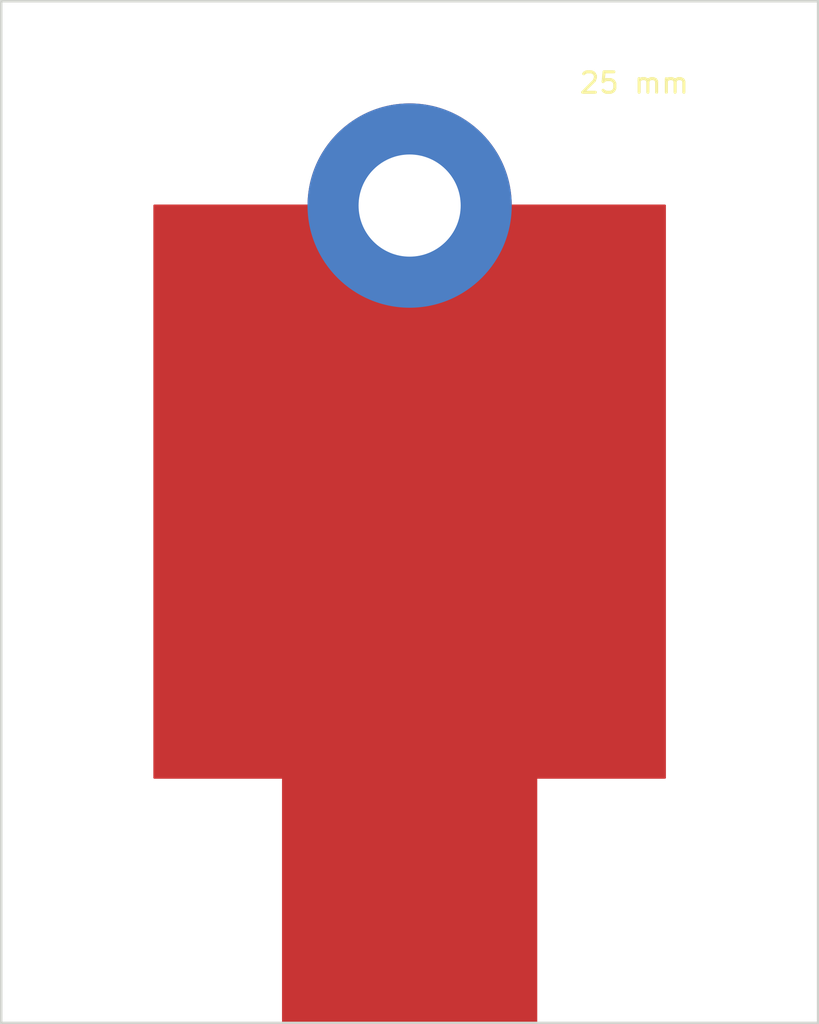
<source format=kicad_pcb>
(kicad_pcb (version 20171130) (host pcbnew "(5.1.5)-3")

  (general
    (thickness 1.6)
    (drawings 5)
    (tracks 0)
    (zones 0)
    (modules 1)
    (nets 1)
  )

  (page A4)
  (title_block
    (title "25 mm Test Board")
    (rev 1.0)
    (company "Würth Elektronik")
    (comment 4 "Dakota Woertink")
  )

  (layers
    (0 F.Cu signal)
    (31 B.Cu signal)
    (32 B.Adhes user)
    (33 F.Adhes user)
    (34 B.Paste user)
    (35 F.Paste user)
    (36 B.SilkS user)
    (37 F.SilkS user)
    (38 B.Mask user)
    (39 F.Mask user)
    (40 Dwgs.User user)
    (41 Cmts.User user)
    (42 Eco1.User user)
    (43 Eco2.User user)
    (44 Edge.Cuts user)
    (45 Margin user)
    (46 B.CrtYd user)
    (47 F.CrtYd user)
    (48 B.Fab user)
    (49 F.Fab user)
  )

  (setup
    (last_trace_width 0.25)
    (trace_clearance 0.2)
    (zone_clearance 0.508)
    (zone_45_only no)
    (trace_min 0.2)
    (via_size 0.8)
    (via_drill 0.4)
    (via_min_size 0.4)
    (via_min_drill 0.3)
    (uvia_size 0.3)
    (uvia_drill 0.1)
    (uvias_allowed no)
    (uvia_min_size 0.2)
    (uvia_min_drill 0.1)
    (edge_width 0.05)
    (segment_width 0.2)
    (pcb_text_width 0.3)
    (pcb_text_size 1.5 1.5)
    (mod_edge_width 0.12)
    (mod_text_size 1 1)
    (mod_text_width 0.15)
    (pad_size 12.5 12.5)
    (pad_drill 0)
    (pad_to_mask_clearance 0.051)
    (solder_mask_min_width 0.25)
    (aux_axis_origin 0 0)
    (visible_elements 7FFFFFFF)
    (pcbplotparams
      (layerselection 0x010fc_ffffffff)
      (usegerberextensions false)
      (usegerberattributes false)
      (usegerberadvancedattributes false)
      (creategerberjobfile false)
      (excludeedgelayer true)
      (linewidth 0.100000)
      (plotframeref false)
      (viasonmask false)
      (mode 1)
      (useauxorigin false)
      (hpglpennumber 1)
      (hpglpenspeed 20)
      (hpglpendiameter 15.000000)
      (psnegative false)
      (psa4output false)
      (plotreference true)
      (plotvalue true)
      (plotinvisibletext false)
      (padsonsilk false)
      (subtractmaskfromsilk false)
      (outputformat 1)
      (mirror false)
      (drillshape 1)
      (scaleselection 1)
      (outputdirectory ""))
  )

  (net 0 "")

  (net_class Default "This is the default net class."
    (clearance 0.2)
    (trace_width 0.25)
    (via_dia 0.8)
    (via_drill 0.4)
    (uvia_dia 0.3)
    (uvia_drill 0.1)
  )

  (module "760801301 Circuit:25_mm" (layer F.Cu) (tedit 664D0BE3) (tstamp 6647A45F)
    (at 144 82)
    (fp_text reference "25 mm" (at 11 -6) (layer F.SilkS)
      (effects (font (size 1 1) (thickness 0.15)))
    )
    (fp_text value 25_mm (at -9 -6) (layer F.Fab)
      (effects (font (size 1 1) (thickness 0.15)))
    )
    (pad 2 smd rect (at 0 33.75) (size 12.5 12.5) (layers F.Cu F.Paste F.Mask))
    (pad 1 thru_hole circle (at 0 0) (size 10 10) (drill 5) (layers *.Cu *.Mask))
  )

  (gr_poly (pts (xy 156.5 110) (xy 131.5 110) (xy 131.5 82) (xy 156.5 82)) (layer F.Cu) (width 0.1))
  (gr_line (start 164 122) (end 124 122) (layer Edge.Cuts) (width 0.12) (tstamp 6647ABED))
  (gr_line (start 124 72) (end 124 122) (layer Edge.Cuts) (width 0.12))
  (gr_line (start 164 72) (end 124 72) (layer Edge.Cuts) (width 0.12))
  (gr_line (start 164 72) (end 164 122) (layer Edge.Cuts) (width 0.12))

)

</source>
